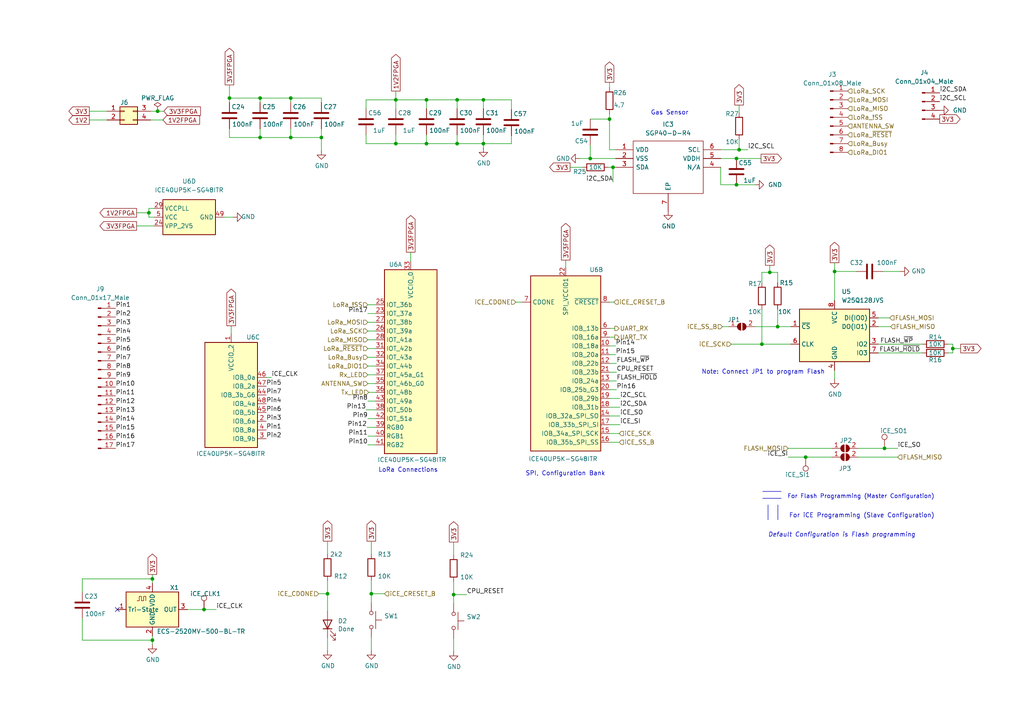
<source format=kicad_sch>
(kicad_sch (version 20211123) (generator eeschema)
  (paper "A4")
  (title_block (title "RiscVLoRaDongle") (date "2022-02-03") (rev "1.0") (company "Mark Njoroge"))
  (lib_symbols
    (symbol "Connector:Conn_01x04_Male" (pin_names (offset 1.016) hide)
      (property "Reference" "J" (at 0 5.08 0))
      (property "Value" "Conn_01x04_Male" (at 0 -7.62 0))
      (symbol "Conn_01x04_Male_1_1"
        (pin passive line (at 5.08 2.54 180) (length 3.81) (name "Pin_1") (number "1"))
        (pin passive line (at 5.08 0 180) (length 3.81) (name "Pin_2") (number "2"))
        (pin passive line (at 5.08 -2.54 180) (length 3.81) (name "Pin_3") (number "3"))
        (pin passive line (at 5.08 -5.08 180) (length 3.81) (name "Pin_4") (number "4"))
      )
    )
    (symbol "Connector:Conn_01x08_Male" (pin_names (offset 1.016) hide)
      (property "Reference" "J" (at 0 10.16 0))
      (property "Value" "Conn_01x08_Male" (at 0 -12.7 0))
      (symbol "Conn_01x08_Male_1_1"
        (pin passive line (at 5.08 7.62 180) (length 3.81) (name "Pin_1") (number "1"))
        (pin passive line (at 5.08 5.08 180) (length 3.81) (name "Pin_2") (number "2"))
        (pin passive line (at 5.08 2.54 180) (length 3.81) (name "Pin_3") (number "3"))
        (pin passive line (at 5.08 0 180) (length 3.81) (name "Pin_4") (number "4"))
        (pin passive line (at 5.08 -2.54 180) (length 3.81) (name "Pin_5") (number "5"))
        (pin passive line (at 5.08 -5.08 180) (length 3.81) (name "Pin_6") (number "6"))
        (pin passive line (at 5.08 -7.62 180) (length 3.81) (name "Pin_7") (number "7"))
        (pin passive line (at 5.08 -10.16 180) (length 3.81) (name "Pin_8") (number "8"))
      )
    )
    (symbol "Connector:Conn_01x17_Male" (pin_names (offset 1.016) hide)
      (property "Reference" "J" (at 0 22.86 0))
      (property "Value" "Conn_01x17_Male" (at 0 -22.86 0))
      (symbol "Conn_01x17_Male_1_1"
        (pin passive line (at 5.08 20.32 180) (length 3.81) (name "Pin_1") (number "1"))
        (pin passive line (at 5.08 -2.54 180) (length 3.81) (name "Pin_10") (number "10"))
        (pin passive line (at 5.08 -5.08 180) (length 3.81) (name "Pin_11") (number "11"))
        (pin passive line (at 5.08 -7.62 180) (length 3.81) (name "Pin_12") (number "12"))
        (pin passive line (at 5.08 -10.16 180) (length 3.81) (name "Pin_13") (number "13"))
        (pin passive line (at 5.08 -12.7 180) (length 3.81) (name "Pin_14") (number "14"))
        (pin passive line (at 5.08 -15.24 180) (length 3.81) (name "Pin_15") (number "15"))
        (pin passive line (at 5.08 -17.78 180) (length 3.81) (name "Pin_16") (number "16"))
        (pin passive line (at 5.08 -20.32 180) (length 3.81) (name "Pin_17") (number "17"))
        (pin passive line (at 5.08 17.78 180) (length 3.81) (name "Pin_2") (number "2"))
        (pin passive line (at 5.08 15.24 180) (length 3.81) (name "Pin_3") (number "3"))
        (pin passive line (at 5.08 12.7 180) (length 3.81) (name "Pin_4") (number "4"))
        (pin passive line (at 5.08 10.16 180) (length 3.81) (name "Pin_5") (number "5"))
        (pin passive line (at 5.08 7.62 180) (length 3.81) (name "Pin_6") (number "6"))
        (pin passive line (at 5.08 5.08 180) (length 3.81) (name "Pin_7") (number "7"))
        (pin passive line (at 5.08 2.54 180) (length 3.81) (name "Pin_8") (number "8"))
        (pin passive line (at 5.08 0 180) (length 3.81) (name "Pin_9") (number "9"))
      )
    )
    (symbol "Connector:TestPoint" (pin_numbers hide) (pin_names (offset 0.762) hide)
      (property "Reference" "TP" (at 0 6.858 0))
      (property "Value" "TestPoint" (at 0 5.08 0))
      (symbol "TestPoint_1_1"
        (pin passive line (at 0 0 90) (length 2.54) (name "1") (number "1"))
      )
    )
    (symbol "Connector_Generic:Conn_02x02_Top_Bottom" (pin_names (offset 1.016) hide)
      (property "Reference" "J" (at 1.27 2.54 0))
      (property "Value" "Conn_02x02_Top_Bottom" (at 1.27 -5.08 0))
      (symbol "Conn_02x02_Top_Bottom_1_1"
        (pin passive line (at -5.08 0 0) (length 3.81) (name "Pin_1") (number "1"))
        (pin passive line (at -5.08 -2.54 0) (length 3.81) (name "Pin_2") (number "2"))
        (pin passive line (at 7.62 0 180) (length 3.81) (name "Pin_3") (number "3"))
        (pin passive line (at 7.62 -2.54 180) (length 3.81) (name "Pin_4") (number "4"))
      )
    )
    (symbol "Device:C" (pin_numbers hide) (pin_names (offset 0.254))
      (property "Reference" "C" (at 0.635 2.54 0))
      (property "Value" "C" (at 0.635 -2.54 0))
      (symbol "C_1_1"
        (pin passive line (at 0 3.81 270) (length 2.794) (name "~") (number "1"))
        (pin passive line (at 0 -3.81 90) (length 2.794) (name "~") (number "2"))
      )
    )
    (symbol "Device:LED" (pin_numbers hide) (pin_names (offset 1.016) hide)
      (property "Reference" "D" (at 0 2.54 0))
      (property "Value" "LED" (at 0 -2.54 0))
      (symbol "LED_1_1"
        (pin passive line (at -3.81 0 0) (length 2.54) (name "K") (number "1"))
        (pin passive line (at 3.81 0 180) (length 2.54) (name "A") (number "2"))
      )
    )
    (symbol "Device:R" (pin_numbers hide) (pin_names (offset 0))
      (property "Reference" "R" (at 2.032 0 90))
      (property "Value" "R" (at 0 0 90))
      (symbol "R_1_1"
        (pin passive line (at 0 3.81 270) (length 1.27) (name "~") (number "1"))
        (pin passive line (at 0 -3.81 90) (length 1.27) (name "~") (number "2"))
      )
    )
    (symbol "FPGA_Lattice:ICE40UP5K-SG48ITR"
      (property "Reference" "U" (at -8.89 -29.21 0))
      (property "Value" "ICE40UP5K-SG48ITR" (at 0 -31.75 0))
      (symbol "ICE40UP5K-SG48ITR_1_1"
        (pin bidirectional line (at -10.16 12.7 0) (length 2.54) (name "IOT_37a") (number "23"))
        (pin bidirectional line (at -10.16 15.24 0) (length 2.54) (name "IOT_36b") (number "25"))
        (pin bidirectional line (at -10.16 7.62 0) (length 2.54) (name "IOT_39a") (number "26"))
        (pin bidirectional line (at -10.16 10.16 0) (length 2.54) (name "IOT_38b") (number "27"))
        (pin bidirectional line (at -10.16 5.08 0) (length 2.54) (name "IOT_41a") (number "28"))
        (pin bidirectional line (at -10.16 2.54 0) (length 2.54) (name "IOT_42b") (number "31"))
        (pin bidirectional line (at -10.16 0 0) (length 2.54) (name "IOT_43a") (number "32"))
        (pin power_in line (at 0 27.94 270) (length 2.54) (name "VCCIO_0") (number "33"))
        (pin bidirectional line (at -10.16 -2.54 0) (length 2.54) (name "IOT_44b") (number "34"))
        (pin bidirectional line (at -10.16 -7.62 0) (length 2.54) (name "IOT_46b_G0") (number "35"))
        (pin bidirectional line (at -10.16 -10.16 0) (length 2.54) (name "IOT_48b") (number "36"))
        (pin bidirectional line (at -10.16 -5.08 0) (length 2.54) (name "IOT_45a_G1") (number "37"))
        (pin bidirectional line (at -10.16 -15.24 0) (length 2.54) (name "IOT_50b") (number "38"))
        (pin open_collector line (at -10.16 -20.32 0) (length 2.54) (name "RGB0") (number "39"))
        (pin open_collector line (at -10.16 -22.86 0) (length 2.54) (name "RGB1") (number "40"))
        (pin open_collector line (at -10.16 -25.4 0) (length 2.54) (name "RGB2") (number "41"))
        (pin bidirectional line (at -10.16 -17.78 0) (length 2.54) (name "IOT_51a") (number "42"))
        (pin bidirectional line (at -10.16 -12.7 0) (length 2.54) (name "IOT_49a") (number "43"))
      )
      (symbol "ICE40UP5K-SG48ITR_2_1"
        (pin bidirectional line (at -12.7 5.08 0) (length 2.54) (name "IOB_18a") (number "10"))
        (pin bidirectional line (at -12.7 2.54 0) (length 2.54) (name "IOB_20a") (number "11"))
        (pin bidirectional line (at -12.7 0 0) (length 2.54) (name "IOB_22b") (number "12"))
        (pin bidirectional line (at -12.7 -5.08 0) (length 2.54) (name "IOB_24a") (number "13"))
        (pin bidirectional line (at -12.7 -15.24 0) (length 2.54) (name "IOB_32a_SPI_SO") (number "14"))
        (pin bidirectional line (at -12.7 -20.32 0) (length 2.54) (name "IOB_34a_SPI_SCK") (number "15"))
        (pin bidirectional line (at -12.7 -22.86 0) (length 2.54) (name "IOB_35b_SPI_SS") (number "16"))
        (pin bidirectional line (at -12.7 -17.78 0) (length 2.54) (name "IOB_33b_SPI_SI") (number "17"))
        (pin bidirectional line (at -12.7 -12.7 0) (length 2.54) (name "IOB_31b") (number "18"))
        (pin bidirectional line (at -12.7 -10.16 0) (length 2.54) (name "IOB_29b") (number "19"))
        (pin bidirectional line (at -12.7 -7.62 0) (length 2.54) (name "IOB_25b_G3") (number "20"))
        (pin bidirectional line (at -12.7 -2.54 0) (length 2.54) (name "IOB_23b") (number "21"))
        (pin power_in line (at 0 27.94 270) (length 2.54) (name "SPI_VCCIO1") (number "22"))
        (pin bidirectional line (at -12.7 10.16 0) (length 2.54) (name "IOB_13b") (number "6"))
        (pin open_collector line (at 12.7 17.78 180) (length 2.54) (name "CDONE") (number "7"))
        (pin input line (at -12.7 17.78 0) (length 2.54) (name "~{CRESET}") (number "8"))
        (pin bidirectional line (at -12.7 7.62 0) (length 2.54) (name "IOB_16a") (number "9"))
      )
      (symbol "ICE40UP5K-SG48ITR_3_1"
        (pin power_in line (at 0 17.78 270) (length 2.54) (name "VCCIO_2") (number "1"))
        (pin bidirectional line (at -10.16 -7.62 0) (length 2.54) (name "IOB_6a") (number "2"))
        (pin bidirectional line (at -10.16 -12.7 0) (length 2.54) (name "IOB_9b") (number "3"))
        (pin bidirectional line (at -10.16 -10.16 0) (length 2.54) (name "IOB_8a") (number "4"))
        (pin bidirectional line (at -10.16 0 0) (length 2.54) (name "IOB_3b_G6") (number "44"))
        (pin bidirectional line (at -10.16 -5.08 0) (length 2.54) (name "IOB_5b") (number "45"))
        (pin bidirectional line (at -10.16 5.08 0) (length 2.54) (name "IOB_0a") (number "46"))
        (pin bidirectional line (at -10.16 2.54 0) (length 2.54) (name "IOB_2a") (number "47"))
        (pin bidirectional line (at -10.16 -2.54 0) (length 2.54) (name "IOB_4a") (number "48"))
      )
      (symbol "ICE40UP5K-SG48ITR_4_1"
        (pin power_in line (at -2.54 10.16 270) (length 2.54) (name "VPP_2V5") (number "24"))
        (pin power_out line (at 2.54 10.16 270) (length 2.54) (name "VCCPLL") (number "29"))
        (pin passive line (at 0 10.16 270) (length 2.54) hide (name "VCC") (number "30"))
        (pin power_in line (at 0 -10.16 90) (length 2.54) (name "GND") (number "49"))
        (pin power_in line (at 0 10.16 270) (length 2.54) (name "VCC") (number "5"))
      )
    )
    (symbol "Jumper:SolderJumper_2_Open" (pin_names (offset 0) hide)
      (property "Reference" "JP" (at 0 2.032 0))
      (property "Value" "SolderJumper_2_Open" (at 0 -2.54 0))
      (symbol "SolderJumper_2_Open_1_1"
        (pin passive line (at -3.81 0 0) (length 2.54) (name "A") (number "1"))
        (pin passive line (at 3.81 0 180) (length 2.54) (name "B") (number "2"))
      )
    )
    (symbol "Memory_Flash:W25Q128JVS"
      (property "Reference" "U" (at -8.89 8.89 0))
      (property "Value" "W25Q128JVS" (at 7.62 8.89 0))
      (symbol "W25Q128JVS_1_1"
        (pin input line (at -12.7 2.54 0) (length 2.54) (name "~{CS}") (number "1"))
        (pin bidirectional line (at 12.7 2.54 180) (length 2.54) (name "DO(IO1)") (number "2"))
        (pin bidirectional line (at 12.7 -2.54 180) (length 2.54) (name "IO2") (number "3"))
        (pin power_in line (at 0 -10.16 90) (length 2.54) (name "GND") (number "4"))
        (pin bidirectional line (at 12.7 5.08 180) (length 2.54) (name "DI(IO0)") (number "5"))
        (pin input line (at -12.7 -2.54 0) (length 2.54) (name "CLK") (number "6"))
        (pin bidirectional line (at 12.7 -5.08 180) (length 2.54) (name "IO3") (number "7"))
        (pin power_in line (at 0 10.16 270) (length 2.54) (name "VCC") (number "8"))
      )
    )
    (symbol "Oscillator:ECS-2520MV-xxx-xx"
      (property "Reference" "X" (at -5.08 6.35 0))
      (property "Value" "ECS-2520MV-xxx-xx" (at 1.27 -6.35 0))
      (symbol "ECS-2520MV-xxx-xx_1_1"
        (pin input line (at -10.16 0 0) (length 2.54) (name "Tri-State") (number "1"))
        (pin power_in line (at 0 -7.62 90) (length 2.54) (name "GND") (number "2"))
        (pin output line (at 10.16 0 180) (length 2.54) (name "OUT") (number "3"))
        (pin power_in line (at 0 7.62 270) (length 2.54) (name "VDD") (number "4"))
      )
    )
    (symbol "SGP40-D-R4:SGP40-D-R4" (pin_names (offset 0.762))
      (property "Reference" "IC" (at 26.67 7.62 0))
      (property "Value" "SGP40-D-R4" (at 26.67 5.08 0))
      (symbol "SGP40-D-R4_0_0"
        (pin passive line (at 0 0 0) (length 5.08) (name "VDD") (number "1"))
        (pin passive line (at 0 -2.54 0) (length 5.08) (name "VSS") (number "2"))
        (pin passive line (at 0 -5.08 0) (length 5.08) (name "SDA") (number "3"))
        (pin passive line (at 30.48 -5.08 180) (length 5.08) (name "N/A") (number "4"))
        (pin passive line (at 30.48 -2.54 180) (length 5.08) (name "VDDH") (number "5"))
        (pin passive line (at 30.48 0 180) (length 5.08) (name "SCL") (number "6"))
        (pin passive line (at 15.24 -17.78 90) (length 5.08) (name "EP") (number "7"))
      )
    )
    (symbol "Switch:SW_Push" (pin_numbers hide) (pin_names (offset 1.016) hide)
      (property "Reference" "SW" (at 1.27 2.54 0))
      (property "Value" "SW_Push" (at 0 -1.524 0))
      (symbol "SW_Push_0_1"
        (pin passive line (at -5.08 0 0) (length 2.54) (name "1") (number "1"))
        (pin passive line (at 5.08 0 180) (length 2.54) (name "2") (number "2"))
      )
    )
    (symbol "power:GND" (power) (pin_names (offset 0))
      (property "Value" "GND" (at 0 -3.81 0))
      (symbol "GND_1_1"
        (pin power_in line (at 0 0 270) (length 0) hide (name "GND") (number "1"))
      )
    )
    (symbol "power:PWR_FLAG" (power) (pin_numbers hide) (pin_names (offset 0) hide)
      (property "Value" "PWR_FLAG" (at 0 3.81 0))
      (symbol "PWR_FLAG_0_0"
        (pin power_out line (at 0 0 90) (length 0) (name "pwr") (number "1"))
      )
    )
  )
  (junction (at 256.54 130.048))
  (junction (at 213.614 53.594))
  (junction (at 276.352 101.092))
  (junction (at 214.376 43.434))
  (junction (at 233.68 132.588))
  (junction (at 44.196 167.894))
  (junction (at 93.218 39.878))
  (junction (at 213.614 45.974))
  (junction (at 75.438 28.448))
  (junction (at 140.208 28.956))
  (junction (at 225.552 94.742))
  (junction (at 43.18 61.722))
  (junction (at 59.182 176.784))
  (junction (at 176.784 34.544))
  (junction (at 84.328 28.448))
  (junction (at 84.328 39.878))
  (junction (at 107.696 172.212))
  (junction (at 177.8 48.514))
  (junction (at 45.72 32.258))
  (junction (at 132.588 41.656))
  (junction (at 140.208 41.656))
  (junction (at 220.98 99.822))
  (junction (at 132.588 28.956))
  (junction (at 171.196 45.974))
  (junction (at 44.196 185.674))
  (junction (at 242.062 78.74))
  (junction (at 131.572 172.466))
  (junction (at 114.808 28.956))
  (junction (at 94.996 172.212))
  (junction (at 75.438 39.878))
  (junction (at 114.808 41.656))
  (junction (at 223.266 78.994))
  (junction (at 123.698 41.656))
  (junction (at 123.698 28.956))
  (junction (at 66.548 28.448))
  (no_connect (at 34.036 176.784))
  (wire (pts (xy 75.438 39.878) (xy 66.548 39.878)))
  (wire (pts (xy 213.614 45.974) (xy 220.726 45.974)))
  (wire (pts (xy 107.696 184.912) (xy 107.696 188.722)))
  (wire (pts (xy 123.698 28.956) (xy 114.808 28.956)))
  (wire (pts (xy 178.308 95.25) (xy 176.784 95.25)))
  (wire (pts (xy 214.376 30.48) (xy 214.376 32.766)))
  (wire (pts (xy 176.53 48.514) (xy 177.8 48.514)))
  (wire (pts (xy 209.042 53.594) (xy 209.042 48.514)))
  (wire (pts (xy 43.18 61.722) (xy 43.18 62.992)))
  (wire (pts (xy 178.562 43.434) (xy 176.784 43.434)))
  (wire (pts (xy 171.196 42.164) (xy 171.196 45.974)))
  (wire (pts (xy 45.72 32.258) (xy 47.498 32.258)))
  (wire (pts (xy 176.784 33.02) (xy 176.784 34.544)))
  (wire (pts (xy 213.614 53.594) (xy 218.948 53.594)))
  (wire (pts (xy 214.376 43.434) (xy 216.916 43.434)))
  (wire (pts (xy 220.98 99.822) (xy 229.362 99.822)))
  (wire (pts (xy 106.68 93.472) (xy 108.966 93.472)))
  (wire (pts (xy 228.6 130.048) (xy 241.3 130.048)))
  (wire (pts (xy 54.356 176.784) (xy 59.182 176.784)))
  (wire (pts (xy 148.336 28.956) (xy 140.208 28.956)))
  (wire (pts (xy 212.09 99.822) (xy 220.98 99.822)))
  (wire (pts (xy 67.056 94.488) (xy 67.056 96.774)))
  (wire (pts (xy 23.876 185.674) (xy 44.196 185.674)))
  (wire (pts (xy 93.218 37.338) (xy 93.218 39.878)))
  (wire (pts (xy 248.92 130.048) (xy 256.54 130.048)))
  (wire (pts (xy 242.062 76.2) (xy 242.062 78.74)))
  (wire (pts (xy 123.698 39.116) (xy 123.698 41.656)))
  (wire (pts (xy 106.68 108.712) (xy 108.966 108.712)))
  (wire (pts (xy 106.68 129.032) (xy 108.966 129.032)))
  (wire (pts (xy 220.98 78.994) (xy 220.98 82.042)))
  (wire (pts (xy 176.784 115.57) (xy 179.832 115.57)))
  (wire (pts (xy 107.696 160.782) (xy 107.696 156.972)))
  (wire (pts (xy 254.762 102.362) (xy 267.462 102.362)))
  (wire (pts (xy 107.696 172.212) (xy 111.506 172.212)))
  (wire (pts (xy 92.456 172.212) (xy 94.996 172.212)))
  (wire (pts (xy 75.438 28.448) (xy 84.328 28.448)))
  (wire (pts (xy 132.588 28.956) (xy 123.698 28.956)))
  (wire (pts (xy 148.336 31.75) (xy 148.336 28.956)))
  (wire (pts (xy 25.908 34.798) (xy 30.988 34.798)))
  (wire (pts (xy 256.032 78.74) (xy 261.112 78.74)))
  (wire (pts (xy 93.218 39.878) (xy 93.218 43.688)))
  (wire (pts (xy 132.588 39.116) (xy 132.588 41.656)))
  (wire (pts (xy 254.762 99.822) (xy 267.462 99.822)))
  (wire (pts (xy 106.68 111.252) (xy 108.966 111.252)))
  (wire (pts (xy 178.816 105.41) (xy 176.784 105.41)))
  (wire (pts (xy 165.354 48.514) (xy 168.91 48.514)))
  (wire (pts (xy 278.638 101.092) (xy 276.352 101.092)))
  (wire (pts (xy 131.572 185.166) (xy 131.572 188.976)))
  (wire (pts (xy 84.328 28.448) (xy 93.218 28.448)))
  (wire (pts (xy 176.784 23.876) (xy 176.784 25.4)))
  (wire (pts (xy 106.172 31.496) (xy 106.172 28.956)))
  (wire (pts (xy 276.352 101.092) (xy 276.352 99.822)))
  (wire (pts (xy 114.808 41.656) (xy 123.698 41.656)))
  (wire (pts (xy 179.832 123.19) (xy 176.784 123.19)))
  (wire (pts (xy 178.562 102.87) (xy 176.784 102.87)))
  (wire (pts (xy 140.208 41.656) (xy 148.336 41.656)))
  (wire (pts (xy 106.68 101.092) (xy 108.966 101.092)))
  (wire (pts (xy 131.572 168.656) (xy 131.572 172.466)))
  (wire (pts (xy 39.624 65.532) (xy 44.704 65.532)))
  (wire (pts (xy 131.572 161.036) (xy 131.572 157.226)))
  (wire (pts (xy 106.68 116.332) (xy 108.966 116.332)))
  (wire (pts (xy 179.578 125.73) (xy 176.784 125.73)))
  (wire (pts (xy 179.832 120.65) (xy 176.784 120.65)))
  (wire (pts (xy 44.196 167.894) (xy 44.196 166.624)))
  (wire (pts (xy 276.352 102.362) (xy 276.352 101.092)))
  (wire (pts (xy 94.996 184.912) (xy 94.996 188.722)))
  (wire (pts (xy 106.68 106.172) (xy 108.966 106.172)))
  (wire (pts (xy 44.196 169.164) (xy 44.196 167.894)))
  (wire (pts (xy 123.698 31.496) (xy 123.698 28.956)))
  (wire (pts (xy 39.624 61.722) (xy 43.18 61.722)))
  (wire (pts (xy 209.042 53.594) (xy 213.614 53.594)))
  (wire (pts (xy 242.062 107.442) (xy 242.062 109.982)))
  (wire (pts (xy 66.548 28.448) (xy 75.438 28.448)))
  (wire (pts (xy 131.572 172.466) (xy 131.572 175.006)))
  (wire (pts (xy 178.816 107.95) (xy 176.784 107.95)))
  (wire (pts (xy 242.062 78.74) (xy 248.412 78.74)))
  (wire (pts (xy 211.328 94.742) (xy 209.55 94.742)))
  (wire (pts (xy 93.218 28.448) (xy 93.218 29.718)))
  (wire (pts (xy 107.696 172.212) (xy 107.696 174.752)))
  (wire (pts (xy 132.588 31.496) (xy 132.588 28.956)))
  (wire (pts (xy 178.308 97.79) (xy 176.784 97.79)))
  (wire (pts (xy 23.876 167.894) (xy 44.196 167.894)))
  (wire (pts (xy 106.426 123.952) (xy 108.966 123.952)))
  (wire (pts (xy 218.948 94.742) (xy 225.552 94.742)))
  (wire (pts (xy 67.564 62.992) (xy 65.024 62.992)))
  (wire (pts (xy 66.548 39.878) (xy 66.548 37.338)))
  (wire (pts (xy 43.18 60.452) (xy 43.18 61.722)))
  (wire (pts (xy 106.68 90.932) (xy 108.966 90.932)))
  (wire (pts (xy 140.208 28.956) (xy 132.588 28.956)))
  (wire (pts (xy 75.438 39.878) (xy 84.328 39.878)))
  (wire (pts (xy 228.6 132.588) (xy 233.68 132.588)))
  (wire (pts (xy 140.208 31.496) (xy 140.208 28.956)))
  (wire (pts (xy 178.816 110.49) (xy 176.784 110.49)))
  (wire (pts (xy 178.562 100.33) (xy 176.784 100.33)))
  (wire (pts (xy 106.172 28.956) (xy 114.808 28.956)))
  (wire (pts (xy 43.18 62.992) (xy 44.704 62.992)))
  (wire (pts (xy 106.934 113.792) (xy 108.966 113.792)))
  (wire (pts (xy 107.696 168.402) (xy 107.696 172.212)))
  (wire (pts (xy 179.578 128.27) (xy 176.784 128.27)))
  (wire (pts (xy 176.784 34.544) (xy 176.784 43.434)))
  (wire (pts (xy 114.808 28.956) (xy 114.808 31.496)))
  (wire (pts (xy 106.68 98.552) (xy 108.966 98.552)))
  (wire (pts (xy 23.876 171.704) (xy 23.876 167.894)))
  (wire (pts (xy 178.054 87.63) (xy 176.784 87.63)))
  (wire (pts (xy 43.688 34.798) (xy 47.244 34.798)))
  (wire (pts (xy 233.68 132.588) (xy 241.3 132.588)))
  (wire (pts (xy 66.548 24.638) (xy 66.548 28.448)))
  (wire (pts (xy 148.336 41.656) (xy 148.336 39.37)))
  (wire (pts (xy 225.552 78.994) (xy 225.552 82.042)))
  (wire (pts (xy 106.172 118.872) (xy 108.966 118.872)))
  (wire (pts (xy 106.68 126.492) (xy 108.966 126.492)))
  (wire (pts (xy 209.042 43.434) (xy 214.376 43.434)))
  (wire (pts (xy 94.996 172.212) (xy 94.996 168.402)))
  (wire (pts (xy 149.606 87.63) (xy 151.384 87.63)))
  (wire (pts (xy 78.74 109.474) (xy 77.216 109.474)))
  (wire (pts (xy 275.082 99.822) (xy 276.352 99.822)))
  (wire (pts (xy 106.68 88.392) (xy 108.966 88.392)))
  (wire (pts (xy 256.54 130.048) (xy 260.35 130.048)))
  (wire (pts (xy 209.042 45.974) (xy 213.614 45.974)))
  (wire (pts (xy 248.92 132.588) (xy 260.35 132.588)))
  (wire (pts (xy 225.552 94.742) (xy 225.552 89.662)))
  (wire (pts (xy 23.876 179.324) (xy 23.876 185.674)))
  (wire (pts (xy 168.148 45.974) (xy 171.196 45.974)))
  (wire (pts (xy 75.438 29.718) (xy 75.438 28.448)))
  (wire (pts (xy 131.572 172.466) (xy 135.382 172.466)))
  (wire (pts (xy 275.082 102.362) (xy 276.352 102.362)))
  (wire (pts (xy 84.328 39.878) (xy 93.218 39.878)))
  (wire (pts (xy 84.328 37.338) (xy 84.328 39.878)))
  (wire (pts (xy 94.996 160.782) (xy 94.996 156.972)))
  (wire (pts (xy 43.688 32.258) (xy 45.72 32.258)))
  (wire (pts (xy 106.68 121.412) (xy 108.966 121.412)))
  (wire (pts (xy 106.68 96.012) (xy 108.966 96.012)))
  (wire (pts (xy 84.328 29.718) (xy 84.328 28.448)))
  (wire (pts (xy 106.68 103.632) (xy 108.966 103.632)))
  (wire (pts (xy 223.266 78.994) (xy 225.552 78.994)))
  (wire (pts (xy 214.376 43.434) (xy 214.376 40.386)))
  (wire (pts (xy 242.062 78.74) (xy 242.062 87.122)))
  (wire (pts (xy 44.704 60.452) (xy 43.18 60.452)))
  (wire (pts (xy 177.8 48.514) (xy 177.8 52.832)))
  (wire (pts (xy 254.762 94.742) (xy 258.318 94.742)))
  (wire (pts (xy 140.208 41.656) (xy 140.208 39.116)))
  (wire (pts (xy 132.588 41.656) (xy 140.208 41.656)))
  (wire (pts (xy 59.182 176.784) (xy 62.738 176.784)))
  (wire (pts (xy 179.832 118.11) (xy 176.784 118.11)))
  (wire (pts (xy 44.196 185.674) (xy 44.196 184.404)))
  (wire (pts (xy 225.552 94.742) (xy 229.362 94.742)))
  (wire (pts (xy 220.98 78.994) (xy 223.266 78.994)))
  (wire (pts (xy 106.172 41.656) (xy 114.808 41.656)))
  (wire (pts (xy 44.196 186.944) (xy 44.196 185.674)))
  (wire (pts (xy 66.548 29.718) (xy 66.548 28.448)))
  (wire (pts (xy 140.208 41.656) (xy 140.208 42.926)))
  (wire (pts (xy 164.084 75.438) (xy 164.084 77.47)))
  (wire (pts (xy 178.816 113.03) (xy 176.784 113.03)))
  (wire (pts (xy 106.172 39.116) (xy 106.172 41.656)))
  (wire (pts (xy 25.908 32.258) (xy 30.988 32.258)))
  (wire (pts (xy 75.438 37.338) (xy 75.438 39.878)))
  (wire (pts (xy 220.98 99.822) (xy 220.98 89.662)))
  (wire (pts (xy 171.196 45.974) (xy 178.562 45.974)))
  (wire (pts (xy 119.126 73.152) (xy 119.126 75.692)))
  (wire (pts (xy 94.996 172.212) (xy 94.996 177.292)))
  (wire (pts (xy 171.196 34.544) (xy 176.784 34.544)))
  (wire (pts (xy 177.8 48.514) (xy 178.562 48.514)))
  (wire (pts (xy 254.762 92.202) (xy 258.064 92.202)))
  (wire (pts (xy 123.698 41.656) (xy 132.588 41.656)))
  (wire (pts (xy 114.808 26.416) (xy 114.808 28.956)))
  (wire (pts (xy 114.808 39.116) (xy 114.808 41.656)))
  (wire (pts (xy 223.266 76.962) (xy 223.266 78.994)))
  (text "LoRa Connections" (at 109.728 137.16 0) (effects (font (size 1.27 1.27)) (justify left bottom)))
  (text "Gas Sensor" (at 188.722 33.528 0) (effects (font (size 1.27 1.27)) (justify left bottom)))
  (text "SPI, Configuration Bank" (at 152.4 138.176 0) (effects (font (size 1.27 1.27)) (justify left bottom)))
  (text "Note: Connect JP1 to program Flash" (at 203.454 108.712 0) (effects (font (size 1.27 1.27)) (justify left bottom)))
  (text "||" (at 221.234 150.368 0) (effects (font (size 2.9972 2.9972)) (justify left bottom)))
  (text "For Flash Programming (Master Configuration)" (at 228.346 144.78 0) (effects (font (size 1.1938 1.1938)) (justify left bottom)))
  (text "=" (at 219.456 147.32 0) (effects (font (size 7.0104 7.0104)) (justify left bottom)))
  (text "Default Configuration is Flash programming" (at 222.758 155.956 0) (effects (font (size 1.27 1.27) italic) (justify left bottom)))
  (text "For iCE Programming (Slave Configuration)" (at 228.854 150.368 0) (effects (font (size 1.27 1.27)) (justify left bottom)))
  (label "Pin10" (at 106.68 129.032 180))
  (label "Pin17" (at 33.528 130.048 0))
  (label "Pin3" (at 77.216 122.174 0))
  (label "Pin14" (at 33.528 122.428 0))
  (label "iCE_SO" (at 179.832 120.65 0))
  (label "Pin6" (at 33.528 102.108 0))
  (label "FLASH_~{HOLD}" (at 255.016 102.362 0))
  (label "CPU_RESET" (at 178.816 107.95 0))
  (label "Pin9" (at 106.68 121.412 180))
  (label "i2C_SCL" (at 272.542 29.464 0))
  (label "Pin11" (at 33.528 114.808 0))
  (label "Pin6" (at 77.216 119.634 0))
  (label "Pin13" (at 33.528 119.888 0))
  (label "Pin11" (at 106.68 126.492 180))
  (label "Pin15" (at 33.528 124.968 0))
  (label "i2C_SDA" (at 177.8 52.832 180))
  (label "FLASH_~{WP}" (at 255.27 99.822 0))
  (label "Pin12" (at 33.528 117.348 0))
  (label "i2C_SCL" (at 216.916 43.434 0))
  (label "Pin17" (at 106.68 90.932 180))
  (label "Pin12" (at 106.426 123.952 180))
  (label "Pin2" (at 77.216 127.254 0))
  (label "iCE_SI" (at 179.832 123.19 0))
  (label "Pin5" (at 33.528 99.568 0))
  (label "Pin13" (at 106.172 118.872 180))
  (label "iCE_CLK" (at 62.738 176.784 0))
  (label "Pin14" (at 178.562 100.33 0))
  (label "Pin7" (at 77.216 114.554 0))
  (label "CPU_RESET" (at 135.382 172.466 0))
  (label "Pin3" (at 33.528 94.488 0))
  (label "Pin1" (at 33.528 89.408 0))
  (label "Pin4" (at 77.216 117.094 0))
  (label "Pin1" (at 77.216 124.714 0))
  (label "i2C_SDA" (at 272.542 26.924 0))
  (label "FLASH_~{WP}" (at 178.816 105.41 0))
  (label "Pin7" (at 33.528 104.648 0))
  (label "FLASH_~{HOLD}" (at 178.816 110.49 0))
  (label "Pin2" (at 33.528 91.948 0))
  (label "Pin8" (at 33.528 107.188 0))
  (label "iCE_CLK" (at 78.74 109.474 0))
  (label "iCE_SO" (at 260.35 130.048 0))
  (label "i2C_SCL" (at 179.832 115.57 0))
  (label "Pin4" (at 33.528 97.028 0))
  (label "Pin15" (at 178.562 102.87 0))
  (label "iCE_SI" (at 228.6 132.588 180))
  (label "Pin5" (at 77.216 112.014 0))
  (label "Pin16" (at 178.816 113.03 0))
  (label "Pin9" (at 33.528 109.728 0))
  (label "Pin8" (at 106.68 116.332 180))
  (label "Pin10" (at 33.528 112.268 0))
  (label "Pin16" (at 33.528 127.508 0))
  (label "i2C_SDA" (at 179.832 118.11 0))
  (global_label "3V3" (shape output) (at 94.996 156.972 90) (property "Intersheet References" "${INTERSHEET_REFS}" (effects hide)))
  (global_label "3V3FPGA" (shape output) (at 119.126 73.152 90) (property "Intersheet References" "${INTERSHEET_REFS}" (effects hide)))
  (global_label "3V3" (shape output) (at 44.196 166.624 90) (property "Intersheet References" "${INTERSHEET_REFS}" (effects hide)))
  (global_label "3V3" (shape output) (at 220.726 45.974 0) (property "Intersheet References" "${INTERSHEET_REFS}" (effects hide)))
  (global_label "3V3" (shape output) (at 223.266 76.962 90) (property "Intersheet References" "${INTERSHEET_REFS}" (effects hide)))
  (global_label "3V3FPGA" (shape output) (at 164.084 75.438 90) (property "Intersheet References" "${INTERSHEET_REFS}" (effects hide)))
  (global_label "3V3" (shape output) (at 165.354 48.514 180) (property "Intersheet References" "${INTERSHEET_REFS}" (effects hide)))
  (global_label "3V3" (shape output) (at 242.062 76.2 90) (property "Intersheet References" "${INTERSHEET_REFS}" (effects hide)))
  (global_label "3V3" (shape output) (at 272.542 34.544 0) (property "Intersheet References" "${INTERSHEET_REFS}" (effects hide)))
  (global_label "3V3" (shape output) (at 25.908 32.258 180) (property "Intersheet References" "${INTERSHEET_REFS}" (effects hide)))
  (global_label "3V3FPGA" (shape input) (at 47.498 32.258 0) (property "Intersheet References" "${INTERSHEET_REFS}" (effects hide)))
  (global_label "3V3FPGA" (shape output) (at 67.056 94.488 90) (property "Intersheet References" "${INTERSHEET_REFS}" (effects hide)))
  (global_label "1V2FPGA" (shape output) (at 39.624 61.722 180) (property "Intersheet References" "${INTERSHEET_REFS}" (effects hide)))
  (global_label "3V3" (shape output) (at 214.376 30.48 90) (property "Intersheet References" "${INTERSHEET_REFS}" (effects hide)))
  (global_label "1V2FPGA" (shape output) (at 114.808 26.416 90) (property "Intersheet References" "${INTERSHEET_REFS}" (effects hide)))
  (global_label "1V2" (shape output) (at 25.908 34.798 180) (property "Intersheet References" "${INTERSHEET_REFS}" (effects hide)))
  (global_label "3V3" (shape output) (at 107.696 156.972 90) (property "Intersheet References" "${INTERSHEET_REFS}" (effects hide)))
  (global_label "3V3" (shape output) (at 131.572 157.226 90) (property "Intersheet References" "${INTERSHEET_REFS}" (effects hide)))
  (global_label "3V3" (shape output) (at 278.638 101.092 0) (property "Intersheet References" "${INTERSHEET_REFS}" (effects hide)))
  (global_label "1V2FPGA" (shape input) (at 47.244 34.798 0) (property "Intersheet References" "${INTERSHEET_REFS}" (effects hide)))
  (global_label "3V3" (shape output) (at 176.784 23.876 90) (property "Intersheet References" "${INTERSHEET_REFS}" (effects hide)))
  (global_label "3V3FPGA" (shape output) (at 39.624 65.532 180) (property "Intersheet References" "${INTERSHEET_REFS}" (effects hide)))
  (global_label "3V3FPGA" (shape output) (at 66.548 24.638 90) (property "Intersheet References" "${INTERSHEET_REFS}" (effects hide)))
  (hierarchical_label "LoRa_Busy" (shape input) (at 106.68 103.632 180))
  (hierarchical_label "iCE_CDONE" (shape input) (at 149.606 87.63 180))
  (hierarchical_label "ANTENNA_SW" (shape input) (at 245.872 36.576 0))
  (hierarchical_label "LoRa_!SS" (shape input) (at 106.68 88.392 180))
  (hierarchical_label "UART_RX" (shape output) (at 178.308 95.25 0))
  (hierarchical_label "LoRa_SCK" (shape input) (at 106.68 96.012 180))
  (hierarchical_label "LoRa_~{RESET}" (shape input) (at 245.872 39.116 0))
  (hierarchical_label "LoRa_Busy" (shape input) (at 245.872 41.656 0))
  (hierarchical_label "iCE_SCK" (shape input) (at 179.578 125.73 0))
  (hierarchical_label "LoRa_DIO1" (shape input) (at 245.872 44.196 0))
  (hierarchical_label "FLASH_MISO" (shape input) (at 260.35 132.588 0))
  (hierarchical_label "iCE_CRESET_B" (shape input) (at 178.054 87.63 0))
  (hierarchical_label "iCE_SCK" (shape input) (at 212.09 99.822 180))
  (hierarchical_label "LoRa_SCK" (shape input) (at 245.872 26.416 0))
  (hierarchical_label "LoRa_DIO1" (shape input) (at 106.68 106.172 180))
  (hierarchical_label "LoRa_MOSI" (shape input) (at 106.68 93.472 180))
  (hierarchical_label "FLASH_MOSI" (shape input) (at 258.064 92.202 0))
  (hierarchical_label "FLASH_MISO" (shape input) (at 258.318 94.742 0))
  (hierarchical_label "LoRa_!SS" (shape input) (at 245.872 34.036 0))
  (hierarchical_label "ANTENNA_SW" (shape input) (at 106.68 111.252 180))
  (hierarchical_label "iCE_CRESET_B" (shape input) (at 111.506 172.212 0))
  (hierarchical_label "LoRa_MISO" (shape input) (at 106.68 98.552 180))
  (hierarchical_label "Rx_LED" (shape input) (at 106.68 108.712 180))
  (hierarchical_label "LoRa_MISO" (shape input) (at 245.872 31.496 0))
  (hierarchical_label "FLASH_MOSI" (shape input) (at 228.6 130.048 180))
  (hierarchical_label "iCE_CDONE" (shape input) (at 92.456 172.212 180))
  (hierarchical_label "Tx_LED" (shape input) (at 106.934 113.792 180))
  (hierarchical_label "UART_TX" (shape output) (at 178.308 97.79 0))
  (hierarchical_label "iCE_SS_B" (shape input) (at 209.55 94.742 180))
  (hierarchical_label "LoRa_~{RESET}" (shape input) (at 106.68 101.092 180))
  (hierarchical_label "iCE_SS_B" (shape input) (at 179.578 128.27 0))
  (hierarchical_label "LoRa_MOSI" (shape input) (at 245.872 28.956 0))
  (symbol (lib_id "Device:R") (at 107.696 164.592 180) (unit 1)
    (property "Reference" "R13" (at 111.506 160.782 0))
    (property "Value" "10K" (at 111.506 167.132 0))
    (property "Footprint" "Resistor_SMD:R_0402_1005Metric_Pad0.72x0.64mm_HandSolder" (effects hide))
    (property "Description" "RES 10K OHM 1% 1/16W 0402" (effects hide))
    (property "Manufacturer" "Stackpole Electronics Inc" (effects hide))
    (property "Manufacturer Part Number" "RMCF0402FT10K0" (effects hide))
    (property "Package" "0402" (effects hide))
  )
  (symbol (lib_id "Device:R") (at 94.996 164.592 180) (unit 1)
    (property "Reference" "R12" (at 98.806 167.132 0))
    (property "Value" "2k2" (at 97.536 160.782 0))
    (property "Footprint" "Resistor_SMD:R_0402_1005Metric_Pad0.72x0.64mm_HandSolder" (effects hide))
    (property "Description" "RES 2.2K OHM 1% 1/16W 0402" (effects hide))
    (property "Manufacturer" "Yageo" (effects hide))
    (property "Manufacturer Part Number" "RC0402FR-072K2L" (effects hide))
    (property "Package" "0402" (effects hide))
  )
  (symbol (lib_id "power:GND") (at 67.564 62.992 90) (unit 1)
    (property "Reference" "#PWR022" (effects hide))
    (property "Value" "GND" (at 71.9582 62.865 90))
  )
  (symbol (lib_id "power:GND") (at 93.218 43.688 0) (unit 1)
    (property "Reference" "#PWR020" (effects hide))
    (property "Value" "GND" (at 93.345 48.0822 0))
  )
  (symbol (lib_id "power:GND") (at 94.996 188.722 0) (unit 1)
    (property "Reference" "#PWR021" (effects hide))
    (property "Value" "GND" (at 95.123 193.1162 0))
  )
  (symbol (lib_id "Device:LED") (at 94.996 181.102 90) (unit 1)
    (property "Reference" "D2" (at 97.9932 180.1114 90) (effects (justify right)))
    (property "Value" "Done" (at 97.9932 182.4228 90) (effects (justify right)))
    (property "Footprint" "LED_SMD:LED_0603_1608Metric_Pad1.05x0.95mm_HandSolder" (effects hide))
    (property "Description" "LED BLUE CLEAR CHIP SMD" (effects hide))
    (property "Manufacturer" "SunLED" (effects hide))
    (property "Manufacturer Part Number" "XZCBD53W-1" (effects hide))
    (property "Package" "0603" (effects hide))
  )
  (symbol (lib_id "power:GND") (at 107.696 188.722 0) (unit 1)
    (property "Reference" "#PWR023" (effects hide))
    (property "Value" "GND" (at 107.823 193.1162 0))
  )
  (symbol (lib_id "Switch:SW_Push") (at 107.696 179.832 270) (unit 1)
    (property "Reference" "SW1" (at 111.4552 178.6636 90) (effects (justify left)))
    (property "Value" "SW_Push" (effects hide))
    (property "Footprint" "Button_Switch_THT:SW_PUSH_6mm_H5mm" (effects hide))
    (property "Description" "6 X 6 MM, 5.5 MM ACTUATOR HEIGHT" (effects hide))
    (property "Type" "Through Hole" (effects hide))
    (property "Manufacturer" "CUI Devices" (effects hide))
    (property "Manufacturer Part Number" "TS02-66-55-BK-100-LCR-D" (effects hide))
  )
  (symbol (lib_id "power:GND") (at 140.208 42.926 0) (unit 1)
    (property "Reference" "#PWR024" (effects hide))
    (property "Value" "GND" (at 140.335 47.3202 0))
  )
  (symbol (lib_id "Device:C") (at 114.808 35.306 180) (unit 1)
    (property "Reference" "C28" (at 117.348 32.766 0))
    (property "Value" "1uF" (at 118.618 37.846 0))
    (property "Footprint" "Capacitor_SMD:C_0402_1005Metric_Pad0.74x0.62mm_HandSolder" (effects hide))
    (property "Part Number" "GRM155R70J105MA12D" (effects hide))
    (property "Description" "CAP CER 1UF 6.3V X7R 0402" (effects hide))
    (property "Manufacturer" "Murata Electronics" (effects hide))
    (property "Manufacturer Part Number" "GRM155R70J105MA12D" (effects hide))
    (property "Package" "0402" (effects hide))
    (property "Type" "SMD" (effects hide))
  )
  (symbol (lib_id "power:GND") (at 242.062 109.982 0) (unit 1)
    (property "Reference" "#PWR025" (effects hide))
    (property "Value" "GND" (at 242.189 114.3762 0))
  )
  (symbol (lib_id "Device:R") (at 220.98 85.852 180) (unit 1)
    (property "Reference" "R17" (at 218.948 82.296 0))
    (property "Value" "10K" (at 218.948 90.424 0))
    (property "Footprint" "Resistor_SMD:R_0402_1005Metric_Pad0.72x0.64mm_HandSolder" (effects hide))
    (property "Description" "RES 10K OHM 1% 1/16W 0402" (effects hide))
    (property "Manufacturer" "Stackpole Electronics Inc" (effects hide))
    (property "Manufacturer Part Number" "RMCF0402FT10K0" (effects hide))
    (property "Package" "0402" (effects hide))
  )
  (symbol (lib_id "Device:R") (at 271.272 102.362 270) (unit 1)
    (property "Reference" "R16" (at 271.272 104.394 90))
    (property "Value" "10K" (at 271.272 102.362 90))
    (property "Footprint" "Resistor_SMD:R_0402_1005Metric_Pad0.72x0.64mm_HandSolder" (effects hide))
    (property "Description" "RES 10K OHM 1% 1/16W 0402" (effects hide))
    (property "Manufacturer" "Stackpole Electronics Inc" (effects hide))
    (property "Manufacturer Part Number" "RMCF0402FT10K0" (effects hide))
    (property "Package" "0402" (effects hide))
  )
  (symbol (lib_id "Device:R") (at 271.272 99.822 270) (unit 1)
    (property "Reference" "R14" (at 271.272 97.79 90))
    (property "Value" "10K" (at 271.272 99.822 90))
    (property "Footprint" "Resistor_SMD:R_0402_1005Metric_Pad0.72x0.64mm_HandSolder" (effects hide))
    (property "Description" "RES 10K OHM 1% 1/16W 0402" (effects hide))
    (property "Manufacturer" "Stackpole Electronics Inc" (effects hide))
    (property "Manufacturer Part Number" "RMCF0402FT10K0" (effects hide))
    (property "Package" "0402" (effects hide))
  )
  (symbol (lib_id "Oscillator:ECS-2520MV-xxx-xx") (at 44.196 176.784 0) (unit 1)
    (property "Reference" "X1" (at 49.276 170.434 0) (effects (justify left)))
    (property "Value" "ECS-2520MV-500-BL-TR" (at 45.466 183.134 0) (effects (justify left)))
    (property "Footprint" "Oscillator:Oscillator_SMD_ECS_2520MV-xxx-xx-4Pin_2.5x2.0mm" (effects hide))
    (property "Datasheet" "https://www.ecsxtal.com/store/pdf/ECS-2520MV.pdf" (effects hide))
    (property "Description" "XTAL OSC XO 50.0000MHZ CMOS SMD" (effects hide))
    (property "Manufacturer" "ECS Inc." (effects hide))
    (property "Manufacturer Part Number" "ECS-2520MV-500-BL-TR" (effects hide))
    (property "Package" "4 Pin Crystal" (effects hide))
    (property "Type" "SMD" (effects hide))
  )
  (symbol (lib_id "power:GND") (at 44.196 186.944 0) (unit 1)
    (property "Reference" "#PWR019" (effects hide))
    (property "Value" "GND" (at 44.323 191.3382 0))
  )
  (symbol (lib_id "Device:C") (at 23.876 175.514 180) (unit 1)
    (property "Reference" "C23" (at 26.416 172.974 0))
    (property "Value" "100nF" (at 27.686 178.054 0))
    (property "Footprint" "Capacitor_SMD:C_0402_1005Metric_Pad0.74x0.62mm_HandSolder" (effects hide))
    (property "Part Number" "GRM155R71C104KA88D" (effects hide))
    (property "Description" "CAP CER 0.1UF 16V X7R 0402" (effects hide))
    (property "Manufacturer" "Murata Electronics" (effects hide))
    (property "Manufacturer Part Number" "GRM155R71C104KA88D" (effects hide))
    (property "Package" "0402" (effects hide))
    (property "Type" "SMD" (effects hide))
  )
  (symbol (lib_id "Device:R") (at 225.552 85.852 180) (unit 1)
    (property "Reference" "R15" (at 228.092 82.042 0))
    (property "Value" "10K" (at 227.584 90.424 0))
    (property "Footprint" "Resistor_SMD:R_0402_1005Metric_Pad0.72x0.64mm_HandSolder" (effects hide))
    (property "Description" "RES 10K OHM 1% 1/16W 0402" (effects hide))
    (property "Manufacturer" "Stackpole Electronics Inc" (effects hide))
    (property "Manufacturer Part Number" "RMCF0402FT10K0" (effects hide))
    (property "Package" "0402" (effects hide))
  )
  (symbol (lib_id "power:GND") (at 261.112 78.74 90) (unit 1)
    (property "Reference" "#PWR026" (effects hide))
    (property "Value" "GND" (at 264.3632 78.613 90) (effects (justify right)))
  )
  (symbol (lib_id "Connector:TestPoint") (at 256.54 130.048 0) (unit 1)
    (property "Reference" "iCE_SO1" (at 255.27 124.968 0) (effects (justify left)))
    (property "Value" "iCE_SO" (effects hide))
    (property "Footprint" "TestPoint:TestPoint_Pad_D2.5mm" (effects hide))
    (property "Description" "Test Point" (effects hide))
    (property "Manufacturer" "-" (effects hide))
    (property "Manufacturer Part Number" "-" (effects hide))
    (property "Package" "-" (effects hide))
    (property "Type" "-" (effects hide))
  )
  (symbol (lib_id "Connector:TestPoint") (at 233.68 132.588 180) (unit 1)
    (property "Reference" "iCE_SI1" (at 234.95 137.668 0) (effects (justify left)))
    (property "Value" "iCE_SI" (effects hide))
    (property "Footprint" "TestPoint:TestPoint_Pad_D2.5mm" (effects hide))
    (property "Description" "Test Point" (effects hide))
    (property "Manufacturer" "-" (effects hide))
    (property "Manufacturer Part Number" "-" (effects hide))
    (property "Package" "-" (effects hide))
    (property "Type" "-" (effects hide))
  )
  (symbol (lib_id "Device:C") (at 66.548 33.528 180) (unit 1)
    (property "Reference" "C24" (at 69.088 30.988 0))
    (property "Value" "100nF" (at 70.358 36.068 0))
    (property "Footprint" "Capacitor_SMD:C_0402_1005Metric_Pad0.74x0.62mm_HandSolder" (effects hide))
    (property "Part Number" "GRM155R71C104KA88D" (effects hide))
    (property "Description" "CAP CER 0.1UF 16V X7R 0402" (effects hide))
    (property "Manufacturer" "Murata Electronics" (effects hide))
    (property "Manufacturer Part Number" "GRM155R71C104KA88D" (effects hide))
    (property "Package" "0402" (effects hide))
    (property "Type" "SMD" (effects hide))
  )
  (symbol (lib_id "Device:C") (at 75.438 33.528 180) (unit 1)
    (property "Reference" "C25" (at 77.978 30.988 0))
    (property "Value" "100nF" (at 79.248 36.068 0))
    (property "Footprint" "Capacitor_SMD:C_0402_1005Metric_Pad0.74x0.62mm_HandSolder" (effects hide))
    (property "Part Number" "GRM155R71C104KA88D" (effects hide))
    (property "Description" "CAP CER 0.1UF 16V X7R 0402" (effects hide))
    (property "Manufacturer" "Murata Electronics" (effects hide))
    (property "Manufacturer Part Number" "GRM155R71C104KA88D" (effects hide))
    (property "Package" "0402" (effects hide))
    (property "Type" "SMD" (effects hide))
  )
  (symbol (lib_id "Device:C") (at 84.328 33.528 180) (unit 1)
    (property "Reference" "C26" (at 86.868 30.988 0))
    (property "Value" "100nF" (at 88.138 36.068 0))
    (property "Footprint" "Capacitor_SMD:C_0402_1005Metric_Pad0.74x0.62mm_HandSolder" (effects hide))
    (property "Part Number" "GRM155R71C104KA88D" (effects hide))
    (property "Description" "CAP CER 0.1UF 16V X7R 0402" (effects hide))
    (property "Manufacturer" "Murata Electronics" (effects hide))
    (property "Manufacturer Part Number" "GRM155R71C104KA88D" (effects hide))
    (property "Package" "0402" (effects hide))
    (property "Type" "SMD" (effects hide))
  )
  (symbol (lib_id "Device:C") (at 93.218 33.528 180) (unit 1)
    (property "Reference" "C27" (at 95.758 30.988 0))
    (property "Value" "100nF" (at 97.028 36.068 0))
    (property "Footprint" "Capacitor_SMD:C_0402_1005Metric_Pad0.74x0.62mm_HandSolder" (effects hide))
    (property "Part Number" "GRM155R71C104KA88D" (effects hide))
    (property "Description" "CAP CER 0.1UF 16V X7R 0402" (effects hide))
    (property "Manufacturer" "Murata Electronics" (effects hide))
    (property "Manufacturer Part Number" "GRM155R71C104KA88D" (effects hide))
    (property "Package" "0402" (effects hide))
    (property "Type" "SMD" (effects hide))
  )
  (symbol (lib_id "Device:C") (at 123.698 35.306 180) (unit 1)
    (property "Reference" "C29" (at 126.238 32.766 0))
    (property "Value" "100nF" (at 127.508 37.846 0))
    (property "Footprint" "Capacitor_SMD:C_0402_1005Metric_Pad0.74x0.62mm_HandSolder" (effects hide))
    (property "Part Number" "GRM155R71C104KA88D" (effects hide))
    (property "Description" "CAP CER 0.1UF 16V X7R 0402" (effects hide))
    (property "Manufacturer" "Murata Electronics" (effects hide))
    (property "Manufacturer Part Number" "GRM155R71C104KA88D" (effects hide))
    (property "Package" "0402" (effects hide))
    (property "Type" "SMD" (effects hide))
  )
  (symbol (lib_id "Device:C") (at 132.588 35.306 180) (unit 1)
    (property "Reference" "C30" (at 135.128 32.766 0))
    (property "Value" "100nF" (at 136.398 37.846 0))
    (property "Footprint" "Capacitor_SMD:C_0402_1005Metric_Pad0.74x0.62mm_HandSolder" (effects hide))
    (property "Part Number" "GRM155R71C104KA88D" (effects hide))
    (property "Description" "CAP CER 0.1UF 16V X7R 0402" (effects hide))
    (property "Manufacturer" "Murata Electronics" (effects hide))
    (property "Manufacturer Part Number" "GRM155R71C104KA88D" (effects hide))
    (property "Package" "0402" (effects hide))
    (property "Type" "SMD" (effects hide))
  )
  (symbol (lib_id "Device:C") (at 140.208 35.306 180) (unit 1)
    (property "Reference" "C31" (at 142.748 32.766 0))
    (property "Value" "100nF" (at 144.018 37.846 0))
    (property "Footprint" "Capacitor_SMD:C_0402_1005Metric_Pad0.74x0.62mm_HandSolder" (effects hide))
    (property "Part Number" "GRM155R71C104KA88D" (effects hide))
    (property "Description" "CAP CER 0.1UF 16V X7R 0402" (effects hide))
    (property "Manufacturer" "Murata Electronics" (effects hide))
    (property "Manufacturer Part Number" "GRM155R71C104KA88D" (effects hide))
    (property "Package" "0402" (effects hide))
    (property "Type" "SMD" (effects hide))
  )
  (symbol (lib_id "Device:C") (at 252.222 78.74 270) (unit 1)
    (property "Reference" "C32" (at 248.412 76.2 90))
    (property "Value" "100nF" (at 257.302 76.2 90))
    (property "Footprint" "Capacitor_SMD:C_0402_1005Metric_Pad0.74x0.62mm_HandSolder" (effects hide))
    (property "Part Number" "GRM155R71C104KA88D" (effects hide))
    (property "Description" "CAP CER 0.1UF 16V X7R 0402" (effects hide))
    (property "Manufacturer" "Murata Electronics" (effects hide))
    (property "Manufacturer Part Number" "GRM155R71C104KA88D" (effects hide))
    (property "Package" "0402" (effects hide))
    (property "Type" "SMD" (effects hide))
  )
  (symbol (lib_id "Device:C") (at 213.614 49.784 180) (unit 1)
    (property "Reference" "C55" (at 216.154 47.244 0))
    (property "Value" "1uF" (at 217.424 52.324 0))
    (property "Footprint" "Capacitor_SMD:C_0402_1005Metric_Pad0.74x0.62mm_HandSolder" (effects hide))
    (property "Part Number" "GRM155R70J105MA12D" (effects hide))
    (property "Description" "CAP CER 1UF 6.3V X7R 0402" (effects hide))
    (property "Manufacturer" "Murata Electronics" (effects hide))
    (property "Manufacturer Part Number" "GRM155R70J105MA12D" (effects hide))
    (property "Package" "0402" (effects hide))
    (property "Type" "SMD" (effects hide))
  )
  (symbol (lib_id "power:GND") (at 193.802 61.214 0) (unit 1)
    (property "Reference" "#PWR011" (effects hide))
    (property "Value" "GND" (at 193.929 65.6082 0))
  )
  (symbol (lib_id "FPGA_Lattice:ICE40UP5K-SG48ITR") (at 119.126 103.632 0) (unit 1)
    (property "Reference" "U6" (at 112.776 76.708 0) (effects (justify left)))
    (property "Value" "ICE40UP5K-SG48ITR" (at 109.474 133.35 0) (effects (justify left)))
    (property "Footprint" "Package_DFN_QFN:QFN-48-1EP_7x7mm_P0.5mm_EP5.6x5.6mm" (effects hide))
    (property "Datasheet" "http://www.latticesemi.com/Products/FPGAandCPLD/iCE40Ultra" (effects hide))
  )
  (symbol (lib_id "Switch:SW_Push") (at 131.572 180.086 270) (unit 1)
    (property "Reference" "SW2" (at 135.3312 178.9176 90) (effects (justify left)))
    (property "Value" "SW_Push" (effects hide))
    (property "Footprint" "Button_Switch_THT:SW_PUSH_6mm_H5mm" (effects hide))
    (property "Description" "6 X 6 MM, 5.5 MM ACTUATOR HEIGHT" (effects hide))
    (property "Type" "Through Hole" (effects hide))
    (property "Manufacturer" "CUI Devices" (effects hide))
    (property "Manufacturer Part Number" "TS02-66-55-BK-100-LCR-D" (effects hide))
  )
  (symbol (lib_id "Device:R") (at 214.376 36.576 180) (unit 1)
    (property "Reference" "R27" (at 212.344 33.02 0))
    (property "Value" "10K" (at 212.344 41.148 0))
    (property "Footprint" "Resistor_SMD:R_0402_1005Metric_Pad0.72x0.64mm_HandSolder" (effects hide))
    (property "Description" "RES 10K OHM 1% 1/16W 0402" (effects hide))
    (property "Manufacturer" "Stackpole Electronics Inc" (effects hide))
    (property "Manufacturer Part Number" "RMCF0402FT10K0" (effects hide))
    (property "Package" "0402" (effects hide))
  )
  (symbol (lib_id "power:GND") (at 272.542 32.004 90) (unit 1)
    (property "Reference" "#PWR015" (effects hide))
    (property "Value" "GND" (at 276.352 32.0039 90) (effects (justify right)))
  )
  (symbol (lib_id "power:GND") (at 218.948 53.594 90) (unit 1)
    (property "Reference" "#PWR012" (effects hide))
    (property "Value" "GND" (at 222.758 53.5939 90) (effects (justify right)))
  )
  (symbol (lib_id "Connector_Generic:Conn_02x02_Top_Bottom") (at 36.068 32.258 0) (unit 1)
    (property "Reference" "J6" (at 36.068 29.718 0))
    (property "Value" "Conn_02x02_Top_Bottom" (effects hide))
    (property "Footprint" "Connector_PinHeader_2.54mm:PinHeader_2x02_P2.54mm_Vertical" (effects hide))
    (property "Description" "2x02 Male Header" (effects hide))
    (property "Manufacturer" "-" (effects hide))
    (property "Manufacturer Part Number" "-" (effects hide))
    (property "Package" "-" (effects hide))
  )
  (symbol (lib_id "Device:C") (at 148.336 35.56 180) (unit 1)
    (property "Reference" "C57" (at 150.876 33.02 0))
    (property "Value" "100nF" (at 152.146 38.1 0))
    (property "Footprint" "Capacitor_SMD:C_0402_1005Metric_Pad0.74x0.62mm_HandSolder" (effects hide))
    (property "Part Number" "GRM155R71C104KA88D" (effects hide))
    (property "Description" "CAP CER 0.1UF 16V X7R 0402" (effects hide))
    (property "Manufacturer" "Murata Electronics" (effects hide))
    (property "Manufacturer Part Number" "GRM155R71C104KA88D" (effects hide))
    (property "Package" "0402" (effects hide))
    (property "Type" "SMD" (effects hide))
  )
  (symbol (lib_id "FPGA_Lattice:ICE40UP5K-SG48ITR") (at 164.084 105.41 0) (mirror y) (unit 2)
    (property "Reference" "U6" (at 172.974 78.232 0))
    (property "Value" "ICE40UP5K-SG48ITR" (at 163.322 133.096 0))
    (property "Footprint" "Package_DFN_QFN:QFN-48-1EP_7x7mm_P0.5mm_EP5.6x5.6mm" (effects hide))
    (property "Datasheet" "http://www.latticesemi.com/Products/FPGAandCPLD/iCE40Ultra" (effects hide))
  )
  (symbol (lib_id "FPGA_Lattice:ICE40UP5K-SG48ITR") (at 54.864 62.992 90) (unit 4)
    (property "Reference" "U6" (at 54.864 52.578 90))
    (property "Value" "ICE40UP5K-SG48ITR" (at 54.864 55.118 90))
    (property "Footprint" "Package_DFN_QFN:QFN-48-1EP_7x7mm_P0.5mm_EP5.6x5.6mm" (effects hide))
    (property "Datasheet" "http://www.latticesemi.com/Products/FPGAandCPLD/iCE40Ultra" (effects hide))
  )
  (symbol (lib_id "Jumper:SolderJumper_2_Open") (at 245.11 132.588 0) (unit 1)
    (property "Reference" "JP3" (at 245.11 135.89 0))
    (property "Value" "SolderJumper_2_Open" (effects hide))
    (property "Footprint" "Resistor_SMD:R_0603_1608Metric_Pad0.98x0.95mm_HandSolder" (effects hide))
    (property "Manufacturer" "Stackpole Electronics Inc" (effects hide))
    (property "Manufacturer Part Number" "RMCF0603ZT0R00" (effects hide))
    (property "Package" "0603" (effects hide))
    (property "Type" "SMD" (effects hide))
  )
  (symbol (lib_id "Device:C") (at 171.196 38.354 0) (unit 1)
    (property "Reference" "C54" (at 168.656 40.894 0))
    (property "Value" "1uF" (at 167.386 35.814 0))
    (property "Footprint" "Capacitor_SMD:C_0402_1005Metric_Pad0.74x0.62mm_HandSolder" (effects hide))
    (property "Part Number" "GRM155R70J105MA12D" (effects hide))
    (property "Description" "CAP CER 1UF 6.3V X7R 0402" (effects hide))
    (property "Manufacturer" "Murata Electronics" (effects hide))
    (property "Manufacturer Part Number" "GRM155R70J105MA12D" (effects hide))
    (property "Package" "0402" (effects hide))
    (property "Type" "SMD" (effects hide))
  )
  (symbol (lib_id "Device:R") (at 176.784 29.21 180) (unit 1)
    (property "Reference" "R26" (at 179.832 26.924 0))
    (property "Value" "4.7" (at 179.578 30.48 0))
    (property "Footprint" "Resistor_SMD:R_0402_1005Metric_Pad0.72x0.64mm_HandSolder" (effects hide))
    (property "Description" "RES 4.7 OHM 1% 1/16W 0402" (effects hide))
    (property "Manufacturer" "Stackpole Electronics Inc" (effects hide))
    (property "Manufacturer Part Number" "RMCF0402FT4R70" (effects hide))
    (property "Package" "0402" (effects hide))
  )
  (symbol (lib_id "Jumper:SolderJumper_2_Open") (at 215.138 94.742 0) (unit 1)
    (property "Reference" "JP1" (at 212.852 92.71 0))
    (property "Value" "SolderJumper_2_Open" (effects hide))
    (property "Footprint" "Resistor_SMD:R_0603_1608Metric_Pad0.98x0.95mm_HandSolder" (effects hide))
    (property "Manufacturer" "Stackpole Electronics Inc" (effects hide))
    (property "Manufacturer Part Number" "RMCF0603ZT0R00" (effects hide))
    (property "Package" "0603" (effects hide))
    (property "Type" "SMD" (effects hide))
  )
  (symbol (lib_id "Connector:Conn_01x04_Male") (at 267.462 29.464 0) (unit 1)
    (property "Reference" "J4" (at 268.097 21.082 0))
    (property "Value" "Conn_01x04_Male" (at 268.097 23.622 0))
    (property "Footprint" "Connector_PinHeader_2.54mm:PinHeader_1x04_P2.54mm_Vertical" (effects hide))
    (property "Description" "1x04 Male Header" (effects hide))
    (property "Manufacturer" "-" (effects hide))
    (property "Manufacturer Part Number" "-" (effects hide))
    (property "Package" "-" (effects hide))
  )
  (symbol (lib_id "Device:C") (at 106.172 35.306 180) (unit 1)
    (property "Reference" "C56" (at 108.712 32.766 0))
    (property "Value" "1uF" (at 109.982 37.846 0))
    (property "Footprint" "Capacitor_SMD:C_0402_1005Metric_Pad0.74x0.62mm_HandSolder" (effects hide))
    (property "Part Number" "GRM155R70J105MA12D" (effects hide))
    (property "Description" "CAP CER 1UF 6.3V X7R 0402" (effects hide))
    (property "Manufacturer" "Murata Electronics" (effects hide))
    (property "Manufacturer Part Number" "GRM155R70J105MA12D" (effects hide))
    (property "Package" "0402" (effects hide))
    (property "Type" "SMD" (effects hide))
  )
  (symbol (lib_id "Jumper:SolderJumper_2_Open") (at 245.11 130.048 0) (unit 1)
    (property "Reference" "JP2" (at 245.364 127.762 0))
    (property "Value" "SolderJumper_2_Open" (effects hide))
    (property "Footprint" "Resistor_SMD:R_0603_1608Metric_Pad0.98x0.95mm_HandSolder" (effects hide))
    (property "Manufacturer" "Stackpole Electronics Inc" (effects hide))
    (property "Manufacturer Part Number" "RMCF0603ZT0R00" (effects hide))
    (property "Package" "0603" (effects hide))
    (property "Type" "SMD" (effects hide))
  )
  (symbol (lib_id "FPGA_Lattice:ICE40UP5K-SG48ITR") (at 67.056 114.554 0) (mirror y) (unit 3)
    (property "Reference" "U6" (at 75.438 97.79 0) (effects (justify left)))
    (property "Value" "ICE40UP5K-SG48ITR" (at 76.962 131.572 0) (effects (justify left)))
    (property "Footprint" "Package_DFN_QFN:QFN-48-1EP_7x7mm_P0.5mm_EP5.6x5.6mm" (effects hide))
    (property "Datasheet" "http://www.latticesemi.com/Products/FPGAandCPLD/iCE40Ultra" (effects hide))
  )
  (symbol (lib_id "Memory_Flash:W25Q128JVS") (at 242.062 97.282 0) (unit 1)
    (property "Reference" "U5" (at 244.0814 84.582 0) (effects (justify left)))
    (property "Value" "W25Q128JVS" (at 244.0814 87.122 0) (effects (justify left)))
    (property "Footprint" "Package_SO:SOIC-8_5.23x5.23mm_P1.27mm" (effects hide))
    (property "Datasheet" "http://www.winbond.com/resource-files/w25q128jv_dtr%20revc%2003272018%20plus.pdf" (effects hide))
    (property "Description" "IC FLASH 128MBIT SPI/QUAD 8SOIC" (effects hide))
    (property "Manufacturer" "Winbond Electronics" (effects hide))
    (property "Manufacturer Part Number" "W25Q128JVSIM TR" (effects hide))
    (property "Package" "8-SOIC" (effects hide))
  )
  (symbol (lib_id "power:GND") (at 168.148 45.974 270) (unit 1)
    (property "Reference" "#PWR09" (effects hide))
    (property "Value" "GND" (at 161.29 45.974 90) (effects (justify left)))
  )
  (symbol (lib_id "Device:R") (at 131.572 164.846 180) (unit 1)
    (property "Reference" "R24" (at 135.382 161.036 0))
    (property "Value" "10K" (at 135.382 167.386 0))
    (property "Footprint" "Resistor_SMD:R_0402_1005Metric_Pad0.72x0.64mm_HandSolder" (effects hide))
    (property "Description" "RES 10K OHM 1% 1/16W 0402" (effects hide))
    (property "Manufacturer" "Stackpole Electronics Inc" (effects hide))
    (property "Manufacturer Part Number" "RMCF0402FT10K0" (effects hide))
    (property "Package" "0402" (effects hide))
  )
  (symbol (lib_id "Connector:Conn_01x17_Male") (at 28.448 109.728 0) (unit 1)
    (property "Reference" "J9" (at 29.083 83.82 0))
    (property "Value" "Conn_01x17_Male" (at 29.083 86.36 0))
    (property "Footprint" "Connector_PinHeader_2.54mm:PinHeader_1x17_P2.54mm_Vertical" (effects hide))
  )
  (symbol (lib_id "Connector:Conn_01x08_Male") (at 240.792 34.036 0) (unit 1)
    (property "Reference" "J3" (at 241.427 21.59 0))
    (property "Value" "Conn_01x08_Male" (at 241.427 24.13 0))
    (property "Footprint" "Connector_PinHeader_2.54mm:PinHeader_2x04_P2.54mm_Vertical" (effects hide))
    (property "Description" "2x04 Male Header" (effects hide))
    (property "Manufacturer" "-" (effects hide))
    (property "Manufacturer Part Number" "-" (effects hide))
    (property "Package" "-" (effects hide))
  )
  (symbol (lib_id "Device:R") (at 172.72 48.514 270) (unit 1)
    (property "Reference" "R25" (at 168.148 49.784 90))
    (property "Value" "10K" (at 172.72 48.514 90))
    (property "Footprint" "Resistor_SMD:R_0402_1005Metric_Pad0.72x0.64mm_HandSolder" (effects hide))
    (property "Description" "RES 10K OHM 1% 1/16W 0402" (effects hide))
    (property "Manufacturer" "Stackpole Electronics Inc" (effects hide))
    (property "Manufacturer Part Number" "RMCF0402FT10K0" (effects hide))
    (property "Package" "0402" (effects hide))
  )
  (symbol (lib_id "power:PWR_FLAG") (at 45.72 32.258 0) (unit 1)
    (property "Reference" "#FLG07" (effects hide))
    (property "Value" "PWR_FLAG" (at 45.72 28.448 0))
  )
  (symbol (lib_id "power:GND") (at 131.572 188.976 0) (unit 1)
    (property "Reference" "#PWR0121" (effects hide))
    (property "Value" "GND" (at 131.699 193.3702 0))
  )
  (symbol (lib_id "SGP40-D-R4:SGP40-D-R4") (at 178.562 43.434 0) (unit 1)
    (property "Reference" "IC3" (at 193.802 36.068 0))
    (property "Value" "SGP40-D-R4" (at 193.802 38.608 0))
    (property "Footprint" "KiCad_SGP40-D-R4:SON80P244X244X95-7N" (effects hide))
    (property "Datasheet" "https://www.mouser.com/datasheet/2/682/Sensirion_Gas_Sensors_SGP40_Datasheet-1888696.pdf" (effects hide))
    (property "Description" "Air Quality Sensors Gas Sensor 2.5k pcs IC" (effects hide))
    (property "Height" "0.95" (effects hide))
    (property "Manufacturer_Name" "Sensirion" (effects hide))
    (property "Manufacturer_Part_Number" "SGP40-D-R4" (effects hide))
    (property "Mouser Part Number" "403-SGP40-D-R4" (effects hide))
    (property "Mouser Price/Stock" "https://www.mouser.co.uk/ProductDetail/Sensirion/SGP40-D-R4?qs=yqaQSyyJnNgaRqiZfsbS1Q%3D%3D" (effects hide))
    (property "Arrow Part Number" "SGP40-D-R4" (effects hide))
    (property "Arrow Price/Stock" "https://www.arrow.com/en/products/sgp40-d-r4/sensirion-ag?region=asia" (effects hide))
  )
  (symbol (lib_id "Connector:TestPoint") (at 59.182 176.784 0) (unit 1)
    (property "Reference" "iCE_CLK1" (at 55.118 172.212 0) (effects (justify left)))
    (property "Value" "iCE_CLK" (effects hide))
    (property "Footprint" "TestPoint:TestPoint_Pad_D2.5mm" (effects hide))
    (property "Description" "Test Point" (effects hide))
    (property "Manufacturer" "-" (effects hide))
    (property "Manufacturer Part Number" "-" (effects hide))
    (property "Package" "-" (effects hide))
  )
)
</source>
